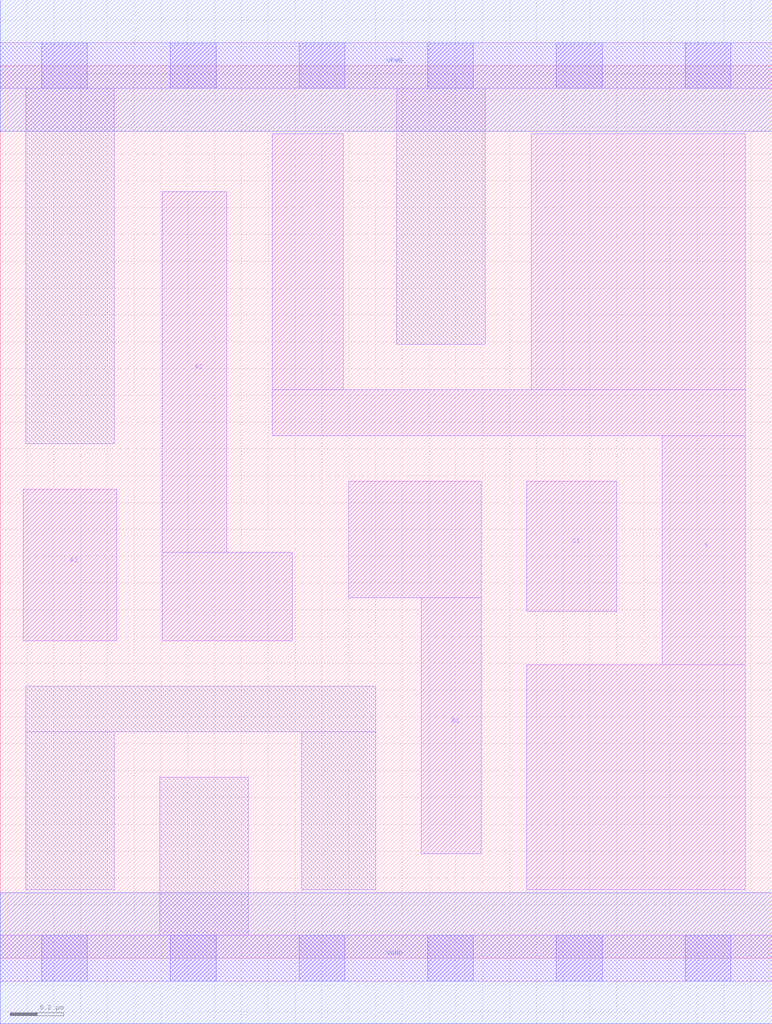
<source format=lef>
# Copyright 2020 The SkyWater PDK Authors
#
# Licensed under the Apache License, Version 2.0 (the "License");
# you may not use this file except in compliance with the License.
# You may obtain a copy of the License at
#
#     https://www.apache.org/licenses/LICENSE-2.0
#
# Unless required by applicable law or agreed to in writing, software
# distributed under the License is distributed on an "AS IS" BASIS,
# WITHOUT WARRANTIES OR CONDITIONS OF ANY KIND, either express or implied.
# See the License for the specific language governing permissions and
# limitations under the License.
#
# SPDX-License-Identifier: Apache-2.0

VERSION 5.7 ;
  NAMESCASESENSITIVE ON ;
  NOWIREEXTENSIONATPIN ON ;
  DIVIDERCHAR "/" ;
  BUSBITCHARS "[]" ;
UNITS
  DATABASE MICRONS 200 ;
END UNITS
MACRO sky130_fd_sc_lp__o211ai_1
  CLASS CORE ;
  SOURCE USER ;
  FOREIGN sky130_fd_sc_lp__o211ai_1 ;
  ORIGIN  0.000000  0.000000 ;
  SIZE  2.880000 BY  3.330000 ;
  SYMMETRY X Y R90 ;
  SITE unit ;
  PIN A1
    ANTENNAGATEAREA  0.315000 ;
    DIRECTION INPUT ;
    USE SIGNAL ;
    PORT
      LAYER li1 ;
        RECT 0.085000 1.185000 0.435000 1.750000 ;
    END
  END A1
  PIN A2
    ANTENNAGATEAREA  0.315000 ;
    DIRECTION INPUT ;
    USE SIGNAL ;
    PORT
      LAYER li1 ;
        RECT 0.605000 1.185000 1.090000 1.515000 ;
        RECT 0.605000 1.515000 0.845000 2.860000 ;
    END
  END A2
  PIN B1
    ANTENNAGATEAREA  0.315000 ;
    DIRECTION INPUT ;
    USE SIGNAL ;
    PORT
      LAYER li1 ;
        RECT 1.300000 1.345000 1.795000 1.780000 ;
        RECT 1.570000 0.390000 1.795000 1.345000 ;
    END
  END B1
  PIN C1
    ANTENNAGATEAREA  0.315000 ;
    DIRECTION INPUT ;
    USE SIGNAL ;
    PORT
      LAYER li1 ;
        RECT 1.965000 1.295000 2.300000 1.780000 ;
    END
  END C1
  PIN Y
    ANTENNADIFFAREA  1.761900 ;
    DIRECTION OUTPUT ;
    USE SIGNAL ;
    PORT
      LAYER li1 ;
        RECT 1.015000 1.950000 2.780000 2.120000 ;
        RECT 1.015000 2.120000 1.280000 3.075000 ;
        RECT 1.965000 0.255000 2.780000 1.095000 ;
        RECT 1.980000 2.120000 2.780000 3.075000 ;
        RECT 2.470000 1.095000 2.780000 1.950000 ;
    END
  END Y
  PIN VGND
    DIRECTION INOUT ;
    USE GROUND ;
    PORT
      LAYER met1 ;
        RECT 0.000000 -0.245000 2.880000 0.245000 ;
    END
  END VGND
  PIN VPWR
    DIRECTION INOUT ;
    USE POWER ;
    PORT
      LAYER met1 ;
        RECT 0.000000 3.085000 2.880000 3.575000 ;
    END
  END VPWR
  OBS
    LAYER li1 ;
      RECT 0.000000 -0.085000 2.880000 0.085000 ;
      RECT 0.000000  3.245000 2.880000 3.415000 ;
      RECT 0.095000  0.255000 0.425000 0.845000 ;
      RECT 0.095000  0.845000 1.400000 1.015000 ;
      RECT 0.095000  1.920000 0.425000 3.245000 ;
      RECT 0.595000  0.085000 0.925000 0.675000 ;
      RECT 1.125000  0.255000 1.400000 0.845000 ;
      RECT 1.480000  2.290000 1.810000 3.245000 ;
    LAYER mcon ;
      RECT 0.155000 -0.085000 0.325000 0.085000 ;
      RECT 0.155000  3.245000 0.325000 3.415000 ;
      RECT 0.635000 -0.085000 0.805000 0.085000 ;
      RECT 0.635000  3.245000 0.805000 3.415000 ;
      RECT 1.115000 -0.085000 1.285000 0.085000 ;
      RECT 1.115000  3.245000 1.285000 3.415000 ;
      RECT 1.595000 -0.085000 1.765000 0.085000 ;
      RECT 1.595000  3.245000 1.765000 3.415000 ;
      RECT 2.075000 -0.085000 2.245000 0.085000 ;
      RECT 2.075000  3.245000 2.245000 3.415000 ;
      RECT 2.555000 -0.085000 2.725000 0.085000 ;
      RECT 2.555000  3.245000 2.725000 3.415000 ;
  END
END sky130_fd_sc_lp__o211ai_1

</source>
